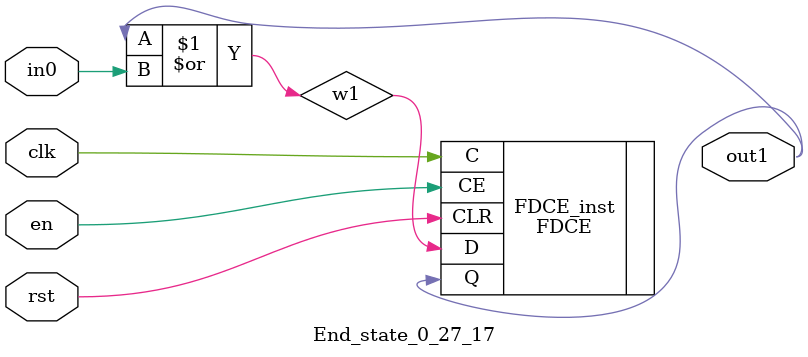
<source format=v>
module engine_0_27(out,clk,sod,en, in_0, in_3, in_4, in_7, in_17, in_18, in_26, in_37, in_45);
//pcre: /^Conexion\x7c[^\r\n]*?\x7c[^\r\n]*?\x7c[^\r\n]*?\x7c/smi
//block char: ^[9], N[0], O[0], I[0], e[0], c[0], x[0], [^\r\n][2], \x7C[8], 

	input clk,sod,en;

	input in_0, in_3, in_4, in_7, in_17, in_18, in_26, in_37, in_45;
	output out;

	assign w0 = 1'b1;
	state_0_27_1 BlockState_0_27_1 (w1,in_0,clk,en,sod,w0);
	state_0_27_2 BlockState_0_27_2 (w2,in_18,clk,en,sod,w1);
	state_0_27_3 BlockState_0_27_3 (w3,in_4,clk,en,sod,w2);
	state_0_27_4 BlockState_0_27_4 (w4,in_3,clk,en,sod,w3);
	state_0_27_5 BlockState_0_27_5 (w5,in_17,clk,en,sod,w4);
	state_0_27_6 BlockState_0_27_6 (w6,in_26,clk,en,sod,w5);
	state_0_27_7 BlockState_0_27_7 (w7,in_7,clk,en,sod,w6);
	state_0_27_8 BlockState_0_27_8 (w8,in_4,clk,en,sod,w7);
	state_0_27_9 BlockState_0_27_9 (w9,in_3,clk,en,sod,w8);
	state_0_27_10 BlockState_0_27_10 (w10,in_45,clk,en,sod,w9);
	state_0_27_11 BlockState_0_27_11 (w11,in_37,clk,en,sod,w11,w10);
	state_0_27_12 BlockState_0_27_12 (w12,in_45,clk,en,sod,w10,w10,w11);
	state_0_27_13 BlockState_0_27_13 (w13,in_37,clk,en,sod,w13,w12);
	state_0_27_14 BlockState_0_27_14 (w14,in_45,clk,en,sod,w12,w12,w13);
	state_0_27_15 BlockState_0_27_15 (w15,in_37,clk,en,sod,w15,w14);
	state_0_27_16 BlockState_0_27_16 (w16,in_45,clk,en,sod,w14,w14,w15);
	End_state_0_27_17 BlockState_0_27_17 (out,clk,en,sod,w16);
endmodule

module state_0_27_1(out1,in_char,clk,en,rst,in0);
	input in_char,clk,en,rst,in0;
	output out1;
	wire w1,w2;
	assign w1 = in0; 
	and(w2,in_char,w1);
	FDCE #(.INIT(1'b0)) FDCE_inst (
		.Q(out1),
		.C(clk),
		.CE(en),
		.CLR(rst),
		.D(w2)
);
endmodule

module state_0_27_2(out1,in_char,clk,en,rst,in0);
	input in_char,clk,en,rst,in0;
	output out1;
	wire w1,w2;
	assign w1 = in0; 
	and(w2,in_char,w1);
	FDCE #(.INIT(1'b0)) FDCE_inst (
		.Q(out1),
		.C(clk),
		.CE(en),
		.CLR(rst),
		.D(w2)
);
endmodule

module state_0_27_3(out1,in_char,clk,en,rst,in0);
	input in_char,clk,en,rst,in0;
	output out1;
	wire w1,w2;
	assign w1 = in0; 
	and(w2,in_char,w1);
	FDCE #(.INIT(1'b0)) FDCE_inst (
		.Q(out1),
		.C(clk),
		.CE(en),
		.CLR(rst),
		.D(w2)
);
endmodule

module state_0_27_4(out1,in_char,clk,en,rst,in0);
	input in_char,clk,en,rst,in0;
	output out1;
	wire w1,w2;
	assign w1 = in0; 
	and(w2,in_char,w1);
	FDCE #(.INIT(1'b0)) FDCE_inst (
		.Q(out1),
		.C(clk),
		.CE(en),
		.CLR(rst),
		.D(w2)
);
endmodule

module state_0_27_5(out1,in_char,clk,en,rst,in0);
	input in_char,clk,en,rst,in0;
	output out1;
	wire w1,w2;
	assign w1 = in0; 
	and(w2,in_char,w1);
	FDCE #(.INIT(1'b0)) FDCE_inst (
		.Q(out1),
		.C(clk),
		.CE(en),
		.CLR(rst),
		.D(w2)
);
endmodule

module state_0_27_6(out1,in_char,clk,en,rst,in0);
	input in_char,clk,en,rst,in0;
	output out1;
	wire w1,w2;
	assign w1 = in0; 
	and(w2,in_char,w1);
	FDCE #(.INIT(1'b0)) FDCE_inst (
		.Q(out1),
		.C(clk),
		.CE(en),
		.CLR(rst),
		.D(w2)
);
endmodule

module state_0_27_7(out1,in_char,clk,en,rst,in0);
	input in_char,clk,en,rst,in0;
	output out1;
	wire w1,w2;
	assign w1 = in0; 
	and(w2,in_char,w1);
	FDCE #(.INIT(1'b0)) FDCE_inst (
		.Q(out1),
		.C(clk),
		.CE(en),
		.CLR(rst),
		.D(w2)
);
endmodule

module state_0_27_8(out1,in_char,clk,en,rst,in0);
	input in_char,clk,en,rst,in0;
	output out1;
	wire w1,w2;
	assign w1 = in0; 
	and(w2,in_char,w1);
	FDCE #(.INIT(1'b0)) FDCE_inst (
		.Q(out1),
		.C(clk),
		.CE(en),
		.CLR(rst),
		.D(w2)
);
endmodule

module state_0_27_9(out1,in_char,clk,en,rst,in0);
	input in_char,clk,en,rst,in0;
	output out1;
	wire w1,w2;
	assign w1 = in0; 
	and(w2,in_char,w1);
	FDCE #(.INIT(1'b0)) FDCE_inst (
		.Q(out1),
		.C(clk),
		.CE(en),
		.CLR(rst),
		.D(w2)
);
endmodule

module state_0_27_10(out1,in_char,clk,en,rst,in0);
	input in_char,clk,en,rst,in0;
	output out1;
	wire w1,w2;
	assign w1 = in0; 
	and(w2,in_char,w1);
	FDCE #(.INIT(1'b0)) FDCE_inst (
		.Q(out1),
		.C(clk),
		.CE(en),
		.CLR(rst),
		.D(w2)
);
endmodule

module state_0_27_11(out1,in_char,clk,en,rst,in0,in1);
	input in_char,clk,en,rst,in0,in1;
	output out1;
	wire w1,w2;
	or(w1,in0,in1);
	and(w2,in_char,w1);
	FDCE #(.INIT(1'b0)) FDCE_inst (
		.Q(out1),
		.C(clk),
		.CE(en),
		.CLR(rst),
		.D(w2)
);
endmodule

module state_0_27_12(out1,in_char,clk,en,rst,in0,in1,in2);
	input in_char,clk,en,rst,in0,in1,in2;
	output out1;
	wire w1,w2;
	or(w1,in0,in1,in2);
	and(w2,in_char,w1);
	FDCE #(.INIT(1'b0)) FDCE_inst (
		.Q(out1),
		.C(clk),
		.CE(en),
		.CLR(rst),
		.D(w2)
);
endmodule

module state_0_27_13(out1,in_char,clk,en,rst,in0,in1);
	input in_char,clk,en,rst,in0,in1;
	output out1;
	wire w1,w2;
	or(w1,in0,in1);
	and(w2,in_char,w1);
	FDCE #(.INIT(1'b0)) FDCE_inst (
		.Q(out1),
		.C(clk),
		.CE(en),
		.CLR(rst),
		.D(w2)
);
endmodule

module state_0_27_14(out1,in_char,clk,en,rst,in0,in1,in2);
	input in_char,clk,en,rst,in0,in1,in2;
	output out1;
	wire w1,w2;
	or(w1,in0,in1,in2);
	and(w2,in_char,w1);
	FDCE #(.INIT(1'b0)) FDCE_inst (
		.Q(out1),
		.C(clk),
		.CE(en),
		.CLR(rst),
		.D(w2)
);
endmodule

module state_0_27_15(out1,in_char,clk,en,rst,in0,in1);
	input in_char,clk,en,rst,in0,in1;
	output out1;
	wire w1,w2;
	or(w1,in0,in1);
	and(w2,in_char,w1);
	FDCE #(.INIT(1'b0)) FDCE_inst (
		.Q(out1),
		.C(clk),
		.CE(en),
		.CLR(rst),
		.D(w2)
);
endmodule

module state_0_27_16(out1,in_char,clk,en,rst,in0,in1,in2);
	input in_char,clk,en,rst,in0,in1,in2;
	output out1;
	wire w1,w2;
	or(w1,in0,in1,in2);
	and(w2,in_char,w1);
	FDCE #(.INIT(1'b0)) FDCE_inst (
		.Q(out1),
		.C(clk),
		.CE(en),
		.CLR(rst),
		.D(w2)
);
endmodule

module End_state_0_27_17(out1,clk,en,rst,in0);
	input clk,rst,en,in0;
	output out1;
	wire w1;
	or(w1,out1,in0);
	FDCE #(.INIT(1'b0)) FDCE_inst (
		.Q(out1),
		.C(clk),
		.CE(en),
		.CLR(rst),
		.D(w1)
);
endmodule


</source>
